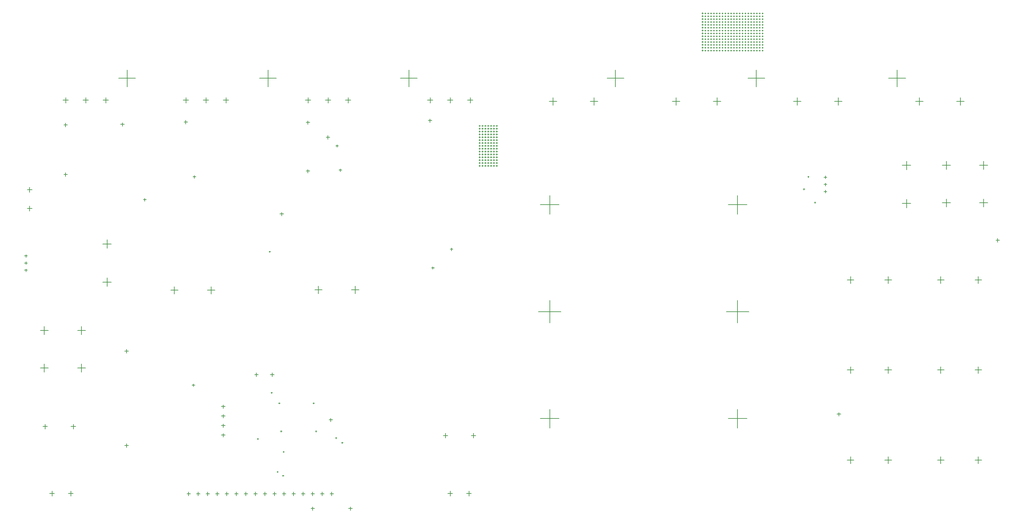
<source format=gbr>
%TF.GenerationSoftware,Altium Limited,Altium Designer,24.3.1 (35)*%
G04 Layer_Color=128*
%FSLAX45Y45*%
%MOMM*%
%TF.SameCoordinates,844131A9-2E1B-4A61-BE1F-69DE975881E6*%
%TF.FilePolarity,Positive*%
%TF.FileFunction,Drillmap*%
%TF.Part,Single*%
G01*
G75*
%TA.AperFunction,NonConductor*%
%ADD120C,0.12700*%
D120*
X6618000Y650000D02*
X6718000D01*
X6668000Y600000D02*
Y700000D01*
X4840000Y650000D02*
X4940000D01*
X4890000Y600000D02*
Y700000D01*
X6872000Y650000D02*
X6972000D01*
X6922000Y600000D02*
Y700000D01*
X7126000Y650000D02*
X7226000D01*
X7176000Y600000D02*
Y700000D01*
X6364000Y650000D02*
X6464000D01*
X6414000Y600000D02*
Y700000D01*
X5094000Y650000D02*
X5194000D01*
X5144000Y600000D02*
Y700000D01*
X7634000Y650000D02*
X7734000D01*
X7684000Y600000D02*
Y700000D01*
X6110000Y650000D02*
X6210000D01*
X6160000Y600000D02*
Y700000D01*
X8396000Y650000D02*
X8496000D01*
X8446000Y600000D02*
Y700000D01*
X8142000Y650000D02*
X8242000D01*
X8192000Y600000D02*
Y700000D01*
X7888000Y650000D02*
X7988000D01*
X7938000Y600000D02*
Y700000D01*
X5348000Y650000D02*
X5448000D01*
X5398000Y600000D02*
Y700000D01*
X7380000Y650000D02*
X7480000D01*
X7430000Y600000D02*
Y700000D01*
X5856000Y650000D02*
X5956000D01*
X5906000Y600000D02*
Y700000D01*
X8650000Y650000D02*
X8750000D01*
X8700000Y600000D02*
Y700000D01*
X5602000Y650000D02*
X5702000D01*
X5652000Y600000D02*
Y700000D01*
X4408500Y6070600D02*
X4608500D01*
X4508500Y5970600D02*
Y6170600D01*
X5386400Y6070600D02*
X5586400D01*
X5486400Y5970600D02*
Y6170600D01*
X8243900Y6083300D02*
X8443900D01*
X8343900Y5983300D02*
Y6183300D01*
X9221800Y6083300D02*
X9421800D01*
X9321800Y5983300D02*
Y6183300D01*
X6645400Y3822700D02*
X6740400D01*
X6692900Y3775200D02*
Y3870200D01*
X7064500Y3822700D02*
X7159500D01*
X7112000Y3775200D02*
Y3870200D01*
X8626600Y2616200D02*
X8721600D01*
X8674100Y2568700D02*
Y2663700D01*
X3187700Y4445000D02*
X3289300D01*
X3238500Y4394200D02*
Y4495800D01*
X3187700Y1930400D02*
X3289300D01*
X3238500Y1879600D02*
Y1981200D01*
X26381201Y7404100D02*
X26476199D01*
X26428699Y7356600D02*
Y7451600D01*
X23421500Y6345200D02*
X23601500D01*
X23511501Y6255200D02*
Y6435200D01*
X22421500Y6345200D02*
X22601500D01*
X22511501Y6255200D02*
Y6435200D01*
X12415000Y2200000D02*
X12535000D01*
X12475000Y2140000D02*
Y2260000D01*
X11665000Y2200000D02*
X11785000D01*
X11725000Y2140000D02*
Y2260000D01*
X1756800Y2438400D02*
X1876800D01*
X1816800Y2378400D02*
Y2498400D01*
X1006800Y2438400D02*
X1126800D01*
X1066800Y2378400D02*
Y2498400D01*
X8017000Y9245600D02*
X8112000D01*
X8064500Y9198100D02*
Y9293100D01*
X5760700Y2971800D02*
X5860700D01*
X5810700Y2921800D02*
Y3021800D01*
X5760700Y2717800D02*
X5860700D01*
X5810700Y2667800D02*
Y2767800D01*
X5760700Y2463800D02*
X5860700D01*
X5810700Y2413800D02*
Y2513800D01*
X5760700Y2209800D02*
X5860700D01*
X5810700Y2159800D02*
Y2259800D01*
X2603500Y7302500D02*
X2832100D01*
X2717800Y7188200D02*
Y7416800D01*
X2603500Y6286500D02*
X2832100D01*
X2717800Y6172200D02*
Y6400800D01*
X520700Y6985000D02*
X596900D01*
X558800Y6946900D02*
Y7023100D01*
X520700Y6794500D02*
X596900D01*
X558800Y6756400D02*
Y6832600D01*
X520700Y6604000D02*
X596900D01*
X558800Y6565900D02*
Y6642100D01*
X2610900Y11136500D02*
X2755900D01*
X2683400Y11064000D02*
Y11209000D01*
X5810900Y11136500D02*
X5955900D01*
X5883400Y11064000D02*
Y11209000D01*
X8144000Y254000D02*
X8239000D01*
X8191500Y206500D02*
Y301500D01*
X1565400Y9156700D02*
X1660400D01*
X1612900Y9109200D02*
Y9204200D01*
X9147300Y254000D02*
X9242300D01*
X9194800Y206500D02*
Y301500D01*
X8017000Y10541000D02*
X8112000D01*
X8064500Y10493500D02*
Y10588500D01*
X11268200Y10591800D02*
X11363200D01*
X11315700Y10544300D02*
Y10639300D01*
X7318500Y8102600D02*
X7413500D01*
X7366000Y8055100D02*
Y8150100D01*
X589998Y8250001D02*
X719998D01*
X654998Y8185001D02*
Y8315000D01*
X589998Y8750000D02*
X719998D01*
X654998Y8685000D02*
Y8814999D01*
X4765800Y10553700D02*
X4860800D01*
X4813300Y10506200D02*
Y10601200D01*
X1565400Y10477500D02*
X1660400D01*
X1612900Y10430000D02*
Y10525000D01*
X21805901Y8699500D02*
X21882100D01*
X21844000Y8661400D02*
Y8737600D01*
X21805901Y8890000D02*
X21882100D01*
X21844000Y8851900D02*
Y8928100D01*
X21805901Y9080500D02*
X21882100D01*
X21844000Y9042400D02*
Y9118600D01*
X23888699Y8382000D02*
X24117300D01*
X24003000Y8267700D02*
Y8496300D01*
X23888699Y9398000D02*
X24117300D01*
X24003000Y9283700D02*
Y9512300D01*
X3076700Y10490200D02*
X3171700D01*
X3124200Y10442700D02*
Y10537700D01*
X22152100Y2768600D02*
X22247099D01*
X22199600Y2721100D02*
Y2816100D01*
X8550400Y10147300D02*
X8645400D01*
X8597900Y10099800D02*
Y10194800D01*
X24821500Y1545200D02*
X25001500D01*
X24911501Y1455200D02*
Y1635200D01*
X25821500Y1545200D02*
X26001501D01*
X25911499Y1455200D02*
Y1635200D01*
X22421500Y1545200D02*
X22601500D01*
X22511501Y1455200D02*
Y1635200D01*
X23421500Y1545200D02*
X23601500D01*
X23511501Y1455200D02*
Y1635200D01*
X22421500Y3945200D02*
X22601500D01*
X22511501Y3855200D02*
Y4035200D01*
X23421500Y3945200D02*
X23601500D01*
X23511501Y3855200D02*
Y4035200D01*
X24821500Y6345200D02*
X25001500D01*
X24911501Y6255200D02*
Y6435200D01*
X25821500Y6345200D02*
X26001501D01*
X25911499Y6255200D02*
Y6435200D01*
X24821500Y3945200D02*
X25001500D01*
X24911501Y3855200D02*
Y4035200D01*
X25821500Y3945200D02*
X26001501D01*
X25911499Y3855200D02*
Y4035200D01*
X18854800Y11100000D02*
X19058000D01*
X18956400Y10998400D02*
Y11201600D01*
X17762601Y11100000D02*
X17965800D01*
X17864200Y10998400D02*
Y11201600D01*
X15579800Y11100000D02*
X15783000D01*
X15681400Y10998400D02*
Y11201600D01*
X14487601Y11100000D02*
X14690800D01*
X14589200Y10998400D02*
Y11201600D01*
X25334200Y11100000D02*
X25537399D01*
X25435800Y10998400D02*
Y11201600D01*
X24242000Y11100000D02*
X24445200D01*
X24343600Y10998400D02*
Y11201600D01*
X22084200Y11100000D02*
X22287399D01*
X22185800Y10998400D02*
Y11201600D01*
X20992000Y11100000D02*
X21195200D01*
X21093600Y10998400D02*
Y11201600D01*
X1544100Y11136500D02*
X1689100D01*
X1616600Y11064000D02*
Y11209000D01*
X2077500Y11136500D02*
X2222500D01*
X2150000Y11064000D02*
Y11209000D01*
X24955450Y9400000D02*
X25171350D01*
X25063400Y9292050D02*
Y9507950D01*
X25946051Y9400000D02*
X26161951D01*
X26054001Y9292050D02*
Y9507950D01*
X24955450Y8400000D02*
X25171350D01*
X25063400Y8292050D02*
Y8507950D01*
X25946051Y8400000D02*
X26161951D01*
X26054001Y8292050D02*
Y8507950D01*
X4744100Y11136500D02*
X4889100D01*
X4816600Y11064000D02*
Y11209000D01*
X5277500Y11136500D02*
X5422500D01*
X5350000Y11064000D02*
Y11209000D01*
X7994100Y11136500D02*
X8139100D01*
X8066600Y11064000D02*
Y11209000D01*
X8527500Y11136500D02*
X8672500D01*
X8600000Y11064000D02*
Y11209000D01*
X9060900Y11136500D02*
X9205900D01*
X9133400Y11064000D02*
Y11209000D01*
X11244100Y11136500D02*
X11389100D01*
X11316600Y11064000D02*
Y11209000D01*
X11777500Y11136500D02*
X11922500D01*
X11850000Y11064000D02*
Y11209000D01*
X12310900Y11136500D02*
X12455900D01*
X12383400Y11064000D02*
Y11209000D01*
X16025000Y11720000D02*
X16475000D01*
X16250000Y11495000D02*
Y11945000D01*
X23525000Y11720000D02*
X23975000D01*
X23750000Y11495000D02*
Y11945000D01*
X19775000Y11720000D02*
X20225000D01*
X20000000Y11495000D02*
Y11945000D01*
X3025000Y11720000D02*
X3475000D01*
X3250000Y11495000D02*
Y11945000D01*
X10525000Y11720000D02*
X10975000D01*
X10750000Y11495000D02*
Y11945000D01*
X6775000Y11720000D02*
X7225000D01*
X7000000Y11495000D02*
Y11945000D01*
X1928650Y5000000D02*
X2144550D01*
X2036600Y4892050D02*
Y5107950D01*
X938050Y5000000D02*
X1153950D01*
X1046000Y4892050D02*
Y5107950D01*
X1928650Y4000000D02*
X2144550D01*
X2036600Y3892050D02*
Y4107950D01*
X938050Y4000000D02*
X1153950D01*
X1046000Y3892050D02*
Y4107950D01*
X14250000Y2650000D02*
X14750000D01*
X14500000Y2400000D02*
Y2900000D01*
X19200000Y5500000D02*
X19800000D01*
X19500000Y5200000D02*
Y5800000D01*
X14200000Y5500000D02*
X14800000D01*
X14500000Y5200000D02*
Y5800000D01*
X14250000Y8350000D02*
X14750000D01*
X14500000Y8100000D02*
Y8600000D01*
X19250000Y8350000D02*
X19750000D01*
X19500000Y8100000D02*
Y8600000D01*
X19250000Y2650000D02*
X19750000D01*
X19500000Y2400000D02*
Y2900000D01*
X11785001Y654998D02*
X11915000D01*
X11850000Y589998D02*
Y719998D01*
X12285000Y654998D02*
X12414999D01*
X12349999Y589998D02*
Y719998D01*
X1185001Y654998D02*
X1315000D01*
X1250001Y589998D02*
Y719998D01*
X1685000Y654998D02*
X1814999D01*
X1750000Y589998D02*
Y719998D01*
X8803640Y9918700D02*
X8874760D01*
X8839200Y9883140D02*
Y9954260D01*
X8892540Y9271000D02*
X8963660D01*
X8928100Y9235440D02*
Y9306560D01*
X11851640Y7162800D02*
X11922760D01*
X11887200Y7127240D02*
Y7198360D01*
X11356340Y6667500D02*
X11427460D01*
X11391900Y6631940D02*
Y6703060D01*
X7235500Y1231900D02*
X7275500D01*
X7255500Y1211900D02*
Y1251900D01*
X4980940Y3543300D02*
X5052060D01*
X5016500Y3507740D02*
Y3578860D01*
X7333300Y2311400D02*
X7373300D01*
X7353300Y2291400D02*
Y2331400D01*
X7079300Y3340100D02*
X7119300D01*
X7099300Y3320100D02*
Y3360100D01*
X7282500Y3060700D02*
X7322500D01*
X7302500Y3040700D02*
Y3080700D01*
X8196900Y3060700D02*
X8236900D01*
X8216900Y3040700D02*
Y3080700D01*
X8260400Y2311400D02*
X8300400D01*
X8280400Y2291400D02*
Y2331400D01*
X7396800Y1765300D02*
X7436800D01*
X7416800Y1745300D02*
Y1785300D01*
X6711000Y2108200D02*
X6751000D01*
X6731000Y2088200D02*
Y2128200D01*
X7384100Y1130300D02*
X7424100D01*
X7404100Y1110300D02*
Y1150300D01*
X3685540Y8483600D02*
X3756660D01*
X3721100Y8448040D02*
Y8519160D01*
X5006340Y9093200D02*
X5077460D01*
X5041900Y9057640D02*
Y9128760D01*
X7028500Y7099300D02*
X7068500D01*
X7048500Y7079300D02*
Y7119300D01*
X8958900Y2006600D02*
X8998900D01*
X8978900Y1986600D02*
Y2026600D01*
X8793800Y2133600D02*
X8833800D01*
X8813800Y2113600D02*
Y2153600D01*
X21544600Y8407400D02*
X21584599D01*
X21564600Y8387400D02*
Y8427400D01*
X21252499Y8763000D02*
X21292500D01*
X21272501Y8743000D02*
Y8783000D01*
X21366800Y9093200D02*
X21406799D01*
X21386800Y9073200D02*
Y9113200D01*
X20071400Y13449300D02*
X20111400D01*
X20091400Y13429300D02*
Y13469299D01*
X20071400Y13373100D02*
X20111400D01*
X20091400Y13353101D02*
Y13393100D01*
X20071400Y13296899D02*
X20111400D01*
X20091400Y13276900D02*
Y13316901D01*
X20071400Y13220700D02*
X20111400D01*
X20091400Y13200700D02*
Y13240700D01*
X20071400Y13144501D02*
X20111400D01*
X20091400Y13124500D02*
Y13164500D01*
X20071400Y13068300D02*
X20111400D01*
X20091400Y13048300D02*
Y13088300D01*
X20071400Y12992101D02*
X20111400D01*
X20091400Y12972099D02*
Y13012100D01*
X20071400Y12915900D02*
X20111400D01*
X20091400Y12895900D02*
Y12935899D01*
X20071400Y12839700D02*
X20111400D01*
X20091400Y12819701D02*
Y12859700D01*
X20071400Y12763500D02*
X20111400D01*
X20091400Y12743500D02*
Y12783500D01*
X20071400Y12687300D02*
X20111400D01*
X20091400Y12667300D02*
Y12707300D01*
X20071400Y12611100D02*
X20111400D01*
X20091400Y12591100D02*
Y12631100D01*
X20071400Y12534900D02*
X20111400D01*
X20091400Y12514900D02*
Y12554900D01*
X20071400Y12458700D02*
X20111400D01*
X20091400Y12438700D02*
Y12478700D01*
X19995200Y13449300D02*
X20035201D01*
X20015199Y13429300D02*
Y13469299D01*
X19995200Y13373100D02*
X20035201D01*
X20015199Y13353101D02*
Y13393100D01*
X19995200Y13296899D02*
X20035201D01*
X20015199Y13276900D02*
Y13316901D01*
X19995200Y13220700D02*
X20035201D01*
X20015199Y13200700D02*
Y13240700D01*
X19995200Y13144501D02*
X20035201D01*
X20015199Y13124500D02*
Y13164500D01*
X19995200Y13068300D02*
X20035201D01*
X20015199Y13048300D02*
Y13088300D01*
X19995200Y12992101D02*
X20035201D01*
X20015199Y12972099D02*
Y13012100D01*
X19995200Y12915900D02*
X20035201D01*
X20015199Y12895900D02*
Y12935899D01*
X19995200Y12839700D02*
X20035201D01*
X20015199Y12819701D02*
Y12859700D01*
X19995200Y12763500D02*
X20035201D01*
X20015199Y12743500D02*
Y12783500D01*
X19995200Y12687300D02*
X20035201D01*
X20015199Y12667300D02*
Y12707300D01*
X19995200Y12611100D02*
X20035201D01*
X20015199Y12591100D02*
Y12631100D01*
X19995200Y12534900D02*
X20035201D01*
X20015199Y12514900D02*
Y12554900D01*
X19995200Y12458700D02*
X20035201D01*
X20015199Y12438700D02*
Y12478700D01*
X19919000Y13449300D02*
X19959000D01*
X19939000Y13429300D02*
Y13469299D01*
X19919000Y13373100D02*
X19959000D01*
X19939000Y13353101D02*
Y13393100D01*
X19919000Y13296899D02*
X19959000D01*
X19939000Y13276900D02*
Y13316901D01*
X19919000Y13220700D02*
X19959000D01*
X19939000Y13200700D02*
Y13240700D01*
X19919000Y13144501D02*
X19959000D01*
X19939000Y13124500D02*
Y13164500D01*
X19919000Y13068300D02*
X19959000D01*
X19939000Y13048300D02*
Y13088300D01*
X19919000Y12992101D02*
X19959000D01*
X19939000Y12972099D02*
Y13012100D01*
X19919000Y12915900D02*
X19959000D01*
X19939000Y12895900D02*
Y12935899D01*
X19919000Y12839700D02*
X19959000D01*
X19939000Y12819701D02*
Y12859700D01*
X19919000Y12763500D02*
X19959000D01*
X19939000Y12743500D02*
Y12783500D01*
X19919000Y12687300D02*
X19959000D01*
X19939000Y12667300D02*
Y12707300D01*
X19919000Y12611100D02*
X19959000D01*
X19939000Y12591100D02*
Y12631100D01*
X19919000Y12534900D02*
X19959000D01*
X19939000Y12514900D02*
Y12554900D01*
X19919000Y12458700D02*
X19959000D01*
X19939000Y12438700D02*
Y12478700D01*
X19842799Y13449300D02*
X19882800D01*
X19862801Y13429300D02*
Y13469299D01*
X19842799Y13373100D02*
X19882800D01*
X19862801Y13353101D02*
Y13393100D01*
X19842799Y13296899D02*
X19882800D01*
X19862801Y13276900D02*
Y13316901D01*
X19842799Y13220700D02*
X19882800D01*
X19862801Y13200700D02*
Y13240700D01*
X19842799Y13144501D02*
X19882800D01*
X19862801Y13124500D02*
Y13164500D01*
X19842799Y13068300D02*
X19882800D01*
X19862801Y13048300D02*
Y13088300D01*
X19842799Y12992101D02*
X19882800D01*
X19862801Y12972099D02*
Y13012100D01*
X19842799Y12915900D02*
X19882800D01*
X19862801Y12895900D02*
Y12935899D01*
X19842799Y12839700D02*
X19882800D01*
X19862801Y12819701D02*
Y12859700D01*
X19842799Y12763500D02*
X19882800D01*
X19862801Y12743500D02*
Y12783500D01*
X19842799Y12687300D02*
X19882800D01*
X19862801Y12667300D02*
Y12707300D01*
X19842799Y12611100D02*
X19882800D01*
X19862801Y12591100D02*
Y12631100D01*
X19842799Y12534900D02*
X19882800D01*
X19862801Y12514900D02*
Y12554900D01*
X19842799Y12458700D02*
X19882800D01*
X19862801Y12438700D02*
Y12478700D01*
X19766600Y13449300D02*
X19806599D01*
X19786600Y13429300D02*
Y13469299D01*
X19766600Y13373100D02*
X19806599D01*
X19786600Y13353101D02*
Y13393100D01*
X19766600Y13296899D02*
X19806599D01*
X19786600Y13276900D02*
Y13316901D01*
X19766600Y13220700D02*
X19806599D01*
X19786600Y13200700D02*
Y13240700D01*
X19766600Y13144501D02*
X19806599D01*
X19786600Y13124500D02*
Y13164500D01*
X19766600Y13068300D02*
X19806599D01*
X19786600Y13048300D02*
Y13088300D01*
X19766600Y12992101D02*
X19806599D01*
X19786600Y12972099D02*
Y13012100D01*
X19766600Y12915900D02*
X19806599D01*
X19786600Y12895900D02*
Y12935899D01*
X19766600Y12839700D02*
X19806599D01*
X19786600Y12819701D02*
Y12859700D01*
X19766600Y12763500D02*
X19806599D01*
X19786600Y12743500D02*
Y12783500D01*
X19766600Y12687300D02*
X19806599D01*
X19786600Y12667300D02*
Y12707300D01*
X19766600Y12611100D02*
X19806599D01*
X19786600Y12591100D02*
Y12631100D01*
X19766600Y12534900D02*
X19806599D01*
X19786600Y12514900D02*
Y12554900D01*
X19766600Y12458700D02*
X19806599D01*
X19786600Y12438700D02*
Y12478700D01*
X19690401Y13449300D02*
X19730400D01*
X19710400Y13429300D02*
Y13469299D01*
X19690401Y13373100D02*
X19730400D01*
X19710400Y13353101D02*
Y13393100D01*
X19690401Y13296899D02*
X19730400D01*
X19710400Y13276900D02*
Y13316901D01*
X19690401Y13220700D02*
X19730400D01*
X19710400Y13200700D02*
Y13240700D01*
X19690401Y13144501D02*
X19730400D01*
X19710400Y13124500D02*
Y13164500D01*
X19690401Y13068300D02*
X19730400D01*
X19710400Y13048300D02*
Y13088300D01*
X19690401Y12992101D02*
X19730400D01*
X19710400Y12972099D02*
Y13012100D01*
X19690401Y12915900D02*
X19730400D01*
X19710400Y12895900D02*
Y12935899D01*
X19690401Y12839700D02*
X19730400D01*
X19710400Y12819701D02*
Y12859700D01*
X19690401Y12763500D02*
X19730400D01*
X19710400Y12743500D02*
Y12783500D01*
X19690401Y12687300D02*
X19730400D01*
X19710400Y12667300D02*
Y12707300D01*
X19690401Y12611100D02*
X19730400D01*
X19710400Y12591100D02*
Y12631100D01*
X19690401Y12534900D02*
X19730400D01*
X19710400Y12514900D02*
Y12554900D01*
X19690401Y12458700D02*
X19730400D01*
X19710400Y12438700D02*
Y12478700D01*
X20147600Y13449300D02*
X20187601D01*
X20167599Y13429300D02*
Y13469299D01*
X20147600Y13373100D02*
X20187601D01*
X20167599Y13353101D02*
Y13393100D01*
X20147600Y13296899D02*
X20187601D01*
X20167599Y13276900D02*
Y13316901D01*
X20147600Y13220700D02*
X20187601D01*
X20167599Y13200700D02*
Y13240700D01*
X20147600Y13144501D02*
X20187601D01*
X20167599Y13124500D02*
Y13164500D01*
X20147600Y13068300D02*
X20187601D01*
X20167599Y13048300D02*
Y13088300D01*
X20147600Y12992101D02*
X20187601D01*
X20167599Y12972099D02*
Y13012100D01*
X20147600Y12915900D02*
X20187601D01*
X20167599Y12895900D02*
Y12935899D01*
X20147600Y12839700D02*
X20187601D01*
X20167599Y12819701D02*
Y12859700D01*
X20147600Y12763500D02*
X20187601D01*
X20167599Y12743500D02*
Y12783500D01*
X20147600Y12687300D02*
X20187601D01*
X20167599Y12667300D02*
Y12707300D01*
X20147600Y12611100D02*
X20187601D01*
X20167599Y12591100D02*
Y12631100D01*
X20147600Y12534900D02*
X20187601D01*
X20167599Y12514900D02*
Y12554900D01*
X20147600Y12458700D02*
X20187601D01*
X20167599Y12438700D02*
Y12478700D01*
X19614200Y12534900D02*
X19654201D01*
X19634200Y12514900D02*
Y12554900D01*
X19538000Y12534900D02*
X19578000D01*
X19558000Y12514900D02*
Y12554900D01*
X19461800Y12534900D02*
X19501801D01*
X19481799Y12514900D02*
Y12554900D01*
X19385600Y12534900D02*
X19425600D01*
X19405600Y12514900D02*
Y12554900D01*
X19309399Y12534900D02*
X19349400D01*
X19329401Y12514900D02*
Y12554900D01*
X19233200Y12534900D02*
X19273199D01*
X19253200Y12514900D02*
Y12554900D01*
X19157001Y12534900D02*
X19197000D01*
X19177000Y12514900D02*
Y12554900D01*
X19080800Y12534900D02*
X19120799D01*
X19100800Y12514900D02*
Y12554900D01*
X19004601Y12534900D02*
X19044600D01*
X19024600Y12514900D02*
Y12554900D01*
X18928400Y12534900D02*
X18968401D01*
X18948399Y12514900D02*
Y12554900D01*
X18852200Y12534900D02*
X18892200D01*
X18872200Y12514900D02*
Y12554900D01*
X18775999Y12534900D02*
X18816000D01*
X18796001Y12514900D02*
Y12554900D01*
X18699800Y12534900D02*
X18739799D01*
X18719800Y12514900D02*
Y12554900D01*
X18623599Y12534900D02*
X18663600D01*
X18643600Y12514900D02*
Y12554900D01*
X19614200Y12611100D02*
X19654201D01*
X19634200Y12591100D02*
Y12631100D01*
X19538000Y12611100D02*
X19578000D01*
X19558000Y12591100D02*
Y12631100D01*
X19461800Y12611100D02*
X19501801D01*
X19481799Y12591100D02*
Y12631100D01*
X19385600Y12611100D02*
X19425600D01*
X19405600Y12591100D02*
Y12631100D01*
X19309399Y12611100D02*
X19349400D01*
X19329401Y12591100D02*
Y12631100D01*
X19233200Y12611100D02*
X19273199D01*
X19253200Y12591100D02*
Y12631100D01*
X19157001Y12611100D02*
X19197000D01*
X19177000Y12591100D02*
Y12631100D01*
X19080800Y12611100D02*
X19120799D01*
X19100800Y12591100D02*
Y12631100D01*
X19004601Y12611100D02*
X19044600D01*
X19024600Y12591100D02*
Y12631100D01*
X18928400Y12611100D02*
X18968401D01*
X18948399Y12591100D02*
Y12631100D01*
X18852200Y12611100D02*
X18892200D01*
X18872200Y12591100D02*
Y12631100D01*
X18775999Y12611100D02*
X18816000D01*
X18796001Y12591100D02*
Y12631100D01*
X18699800Y12611100D02*
X18739799D01*
X18719800Y12591100D02*
Y12631100D01*
X18623599Y12611100D02*
X18663600D01*
X18643600Y12591100D02*
Y12631100D01*
X19614200Y12687300D02*
X19654201D01*
X19634200Y12667300D02*
Y12707300D01*
X19538000Y12687300D02*
X19578000D01*
X19558000Y12667300D02*
Y12707300D01*
X19461800Y12687300D02*
X19501801D01*
X19481799Y12667300D02*
Y12707300D01*
X19385600Y12687300D02*
X19425600D01*
X19405600Y12667300D02*
Y12707300D01*
X19309399Y12687300D02*
X19349400D01*
X19329401Y12667300D02*
Y12707300D01*
X19233200Y12687300D02*
X19273199D01*
X19253200Y12667300D02*
Y12707300D01*
X19157001Y12687300D02*
X19197000D01*
X19177000Y12667300D02*
Y12707300D01*
X19080800Y12687300D02*
X19120799D01*
X19100800Y12667300D02*
Y12707300D01*
X19004601Y12687300D02*
X19044600D01*
X19024600Y12667300D02*
Y12707300D01*
X18928400Y12687300D02*
X18968401D01*
X18948399Y12667300D02*
Y12707300D01*
X18852200Y12687300D02*
X18892200D01*
X18872200Y12667300D02*
Y12707300D01*
X18775999Y12687300D02*
X18816000D01*
X18796001Y12667300D02*
Y12707300D01*
X18699800Y12687300D02*
X18739799D01*
X18719800Y12667300D02*
Y12707300D01*
X18623599Y12687300D02*
X18663600D01*
X18643600Y12667300D02*
Y12707300D01*
X19614200Y12763500D02*
X19654201D01*
X19634200Y12743500D02*
Y12783500D01*
X19538000Y12763500D02*
X19578000D01*
X19558000Y12743500D02*
Y12783500D01*
X19461800Y12763500D02*
X19501801D01*
X19481799Y12743500D02*
Y12783500D01*
X19385600Y12763500D02*
X19425600D01*
X19405600Y12743500D02*
Y12783500D01*
X19309399Y12763500D02*
X19349400D01*
X19329401Y12743500D02*
Y12783500D01*
X19233200Y12763500D02*
X19273199D01*
X19253200Y12743500D02*
Y12783500D01*
X19157001Y12763500D02*
X19197000D01*
X19177000Y12743500D02*
Y12783500D01*
X19080800Y12763500D02*
X19120799D01*
X19100800Y12743500D02*
Y12783500D01*
X19004601Y12763500D02*
X19044600D01*
X19024600Y12743500D02*
Y12783500D01*
X18928400Y12763500D02*
X18968401D01*
X18948399Y12743500D02*
Y12783500D01*
X18852200Y12763500D02*
X18892200D01*
X18872200Y12743500D02*
Y12783500D01*
X18775999Y12763500D02*
X18816000D01*
X18796001Y12743500D02*
Y12783500D01*
X18699800Y12763500D02*
X18739799D01*
X18719800Y12743500D02*
Y12783500D01*
X18623599Y12763500D02*
X18663600D01*
X18643600Y12743500D02*
Y12783500D01*
X19614200Y12839700D02*
X19654201D01*
X19634200Y12819701D02*
Y12859700D01*
X19538000Y12839700D02*
X19578000D01*
X19558000Y12819701D02*
Y12859700D01*
X19461800Y12839700D02*
X19501801D01*
X19481799Y12819701D02*
Y12859700D01*
X19385600Y12839700D02*
X19425600D01*
X19405600Y12819701D02*
Y12859700D01*
X19309399Y12839700D02*
X19349400D01*
X19329401Y12819701D02*
Y12859700D01*
X19233200Y12839700D02*
X19273199D01*
X19253200Y12819701D02*
Y12859700D01*
X19157001Y12839700D02*
X19197000D01*
X19177000Y12819701D02*
Y12859700D01*
X19080800Y12839700D02*
X19120799D01*
X19100800Y12819701D02*
Y12859700D01*
X19004601Y12839700D02*
X19044600D01*
X19024600Y12819701D02*
Y12859700D01*
X18928400Y12839700D02*
X18968401D01*
X18948399Y12819701D02*
Y12859700D01*
X18852200Y12839700D02*
X18892200D01*
X18872200Y12819701D02*
Y12859700D01*
X18775999Y12839700D02*
X18816000D01*
X18796001Y12819701D02*
Y12859700D01*
X18699800Y12839700D02*
X18739799D01*
X18719800Y12819701D02*
Y12859700D01*
X18623599Y12839700D02*
X18663600D01*
X18643600Y12819701D02*
Y12859700D01*
X19614200Y12915900D02*
X19654201D01*
X19634200Y12895900D02*
Y12935899D01*
X19538000Y12915900D02*
X19578000D01*
X19558000Y12895900D02*
Y12935899D01*
X19461800Y12915900D02*
X19501801D01*
X19481799Y12895900D02*
Y12935899D01*
X19385600Y12915900D02*
X19425600D01*
X19405600Y12895900D02*
Y12935899D01*
X19309399Y12915900D02*
X19349400D01*
X19329401Y12895900D02*
Y12935899D01*
X19233200Y12915900D02*
X19273199D01*
X19253200Y12895900D02*
Y12935899D01*
X19157001Y12915900D02*
X19197000D01*
X19177000Y12895900D02*
Y12935899D01*
X19080800Y12915900D02*
X19120799D01*
X19100800Y12895900D02*
Y12935899D01*
X19004601Y12915900D02*
X19044600D01*
X19024600Y12895900D02*
Y12935899D01*
X18928400Y12915900D02*
X18968401D01*
X18948399Y12895900D02*
Y12935899D01*
X18852200Y12915900D02*
X18892200D01*
X18872200Y12895900D02*
Y12935899D01*
X18775999Y12915900D02*
X18816000D01*
X18796001Y12895900D02*
Y12935899D01*
X18699800Y12915900D02*
X18739799D01*
X18719800Y12895900D02*
Y12935899D01*
X18623599Y12915900D02*
X18663600D01*
X18643600Y12895900D02*
Y12935899D01*
X19614200Y12458700D02*
X19654201D01*
X19634200Y12438700D02*
Y12478700D01*
X19538000Y12458700D02*
X19578000D01*
X19558000Y12438700D02*
Y12478700D01*
X19461800Y12458700D02*
X19501801D01*
X19481799Y12438700D02*
Y12478700D01*
X19385600Y12458700D02*
X19425600D01*
X19405600Y12438700D02*
Y12478700D01*
X19309399Y12458700D02*
X19349400D01*
X19329401Y12438700D02*
Y12478700D01*
X19233200Y12458700D02*
X19273199D01*
X19253200Y12438700D02*
Y12478700D01*
X19157001Y12458700D02*
X19197000D01*
X19177000Y12438700D02*
Y12478700D01*
X19080800Y12458700D02*
X19120799D01*
X19100800Y12438700D02*
Y12478700D01*
X19004601Y12458700D02*
X19044600D01*
X19024600Y12438700D02*
Y12478700D01*
X18928400Y12458700D02*
X18968401D01*
X18948399Y12438700D02*
Y12478700D01*
X18852200Y12458700D02*
X18892200D01*
X18872200Y12438700D02*
Y12478700D01*
X18775999Y12458700D02*
X18816000D01*
X18796001Y12438700D02*
Y12478700D01*
X18699800Y12458700D02*
X18739799D01*
X18719800Y12438700D02*
Y12478700D01*
X18623599Y12458700D02*
X18663600D01*
X18643600Y12438700D02*
Y12478700D01*
X18550922Y12460110D02*
X18590921D01*
X18570921Y12440110D02*
Y12480110D01*
X18550922Y12917310D02*
X18590921D01*
X18570921Y12897310D02*
Y12937309D01*
X18550922Y12841110D02*
X18590921D01*
X18570921Y12821111D02*
Y12861110D01*
X18550922Y12764910D02*
X18590921D01*
X18570921Y12744910D02*
Y12784910D01*
X18550922Y12688710D02*
X18590921D01*
X18570921Y12668710D02*
Y12708710D01*
X18550922Y12612510D02*
X18590921D01*
X18570921Y12592510D02*
Y12632510D01*
X18550922Y12536310D02*
X18590921D01*
X18570921Y12516310D02*
Y12556310D01*
X19614200Y13068300D02*
X19654201D01*
X19634200Y13048300D02*
Y13088300D01*
X19538000Y13068300D02*
X19578000D01*
X19558000Y13048300D02*
Y13088300D01*
X19461800Y13068300D02*
X19501801D01*
X19481799Y13048300D02*
Y13088300D01*
X19385600Y13068300D02*
X19425600D01*
X19405600Y13048300D02*
Y13088300D01*
X19309399Y13068300D02*
X19349400D01*
X19329401Y13048300D02*
Y13088300D01*
X19233200Y13068300D02*
X19273199D01*
X19253200Y13048300D02*
Y13088300D01*
X19157001Y13068300D02*
X19197000D01*
X19177000Y13048300D02*
Y13088300D01*
X19080800Y13068300D02*
X19120799D01*
X19100800Y13048300D02*
Y13088300D01*
X19004601Y13068300D02*
X19044600D01*
X19024600Y13048300D02*
Y13088300D01*
X18928400Y13068300D02*
X18968401D01*
X18948399Y13048300D02*
Y13088300D01*
X18852200Y13068300D02*
X18892200D01*
X18872200Y13048300D02*
Y13088300D01*
X18775999Y13068300D02*
X18816000D01*
X18796001Y13048300D02*
Y13088300D01*
X18699800Y13068300D02*
X18739799D01*
X18719800Y13048300D02*
Y13088300D01*
X18623599Y13068300D02*
X18663600D01*
X18643600Y13048300D02*
Y13088300D01*
X19614200Y13144501D02*
X19654201D01*
X19634200Y13124500D02*
Y13164500D01*
X19538000Y13144501D02*
X19578000D01*
X19558000Y13124500D02*
Y13164500D01*
X19461800Y13144501D02*
X19501801D01*
X19481799Y13124500D02*
Y13164500D01*
X19385600Y13144501D02*
X19425600D01*
X19405600Y13124500D02*
Y13164500D01*
X19309399Y13144501D02*
X19349400D01*
X19329401Y13124500D02*
Y13164500D01*
X19233200Y13144501D02*
X19273199D01*
X19253200Y13124500D02*
Y13164500D01*
X19157001Y13144501D02*
X19197000D01*
X19177000Y13124500D02*
Y13164500D01*
X19080800Y13144501D02*
X19120799D01*
X19100800Y13124500D02*
Y13164500D01*
X19004601Y13144501D02*
X19044600D01*
X19024600Y13124500D02*
Y13164500D01*
X18928400Y13144501D02*
X18968401D01*
X18948399Y13124500D02*
Y13164500D01*
X18852200Y13144501D02*
X18892200D01*
X18872200Y13124500D02*
Y13164500D01*
X18775999Y13144501D02*
X18816000D01*
X18796001Y13124500D02*
Y13164500D01*
X18699800Y13144501D02*
X18739799D01*
X18719800Y13124500D02*
Y13164500D01*
X18623599Y13144501D02*
X18663600D01*
X18643600Y13124500D02*
Y13164500D01*
X19614200Y13220700D02*
X19654201D01*
X19634200Y13200700D02*
Y13240700D01*
X19538000Y13220700D02*
X19578000D01*
X19558000Y13200700D02*
Y13240700D01*
X19461800Y13220700D02*
X19501801D01*
X19481799Y13200700D02*
Y13240700D01*
X19385600Y13220700D02*
X19425600D01*
X19405600Y13200700D02*
Y13240700D01*
X19309399Y13220700D02*
X19349400D01*
X19329401Y13200700D02*
Y13240700D01*
X19233200Y13220700D02*
X19273199D01*
X19253200Y13200700D02*
Y13240700D01*
X19157001Y13220700D02*
X19197000D01*
X19177000Y13200700D02*
Y13240700D01*
X19080800Y13220700D02*
X19120799D01*
X19100800Y13200700D02*
Y13240700D01*
X19004601Y13220700D02*
X19044600D01*
X19024600Y13200700D02*
Y13240700D01*
X18928400Y13220700D02*
X18968401D01*
X18948399Y13200700D02*
Y13240700D01*
X18852200Y13220700D02*
X18892200D01*
X18872200Y13200700D02*
Y13240700D01*
X18775999Y13220700D02*
X18816000D01*
X18796001Y13200700D02*
Y13240700D01*
X18699800Y13220700D02*
X18739799D01*
X18719800Y13200700D02*
Y13240700D01*
X18623599Y13220700D02*
X18663600D01*
X18643600Y13200700D02*
Y13240700D01*
X19614200Y13296899D02*
X19654201D01*
X19634200Y13276900D02*
Y13316901D01*
X19538000Y13296899D02*
X19578000D01*
X19558000Y13276900D02*
Y13316901D01*
X19461800Y13296899D02*
X19501801D01*
X19481799Y13276900D02*
Y13316901D01*
X19385600Y13296899D02*
X19425600D01*
X19405600Y13276900D02*
Y13316901D01*
X19309399Y13296899D02*
X19349400D01*
X19329401Y13276900D02*
Y13316901D01*
X19233200Y13296899D02*
X19273199D01*
X19253200Y13276900D02*
Y13316901D01*
X19157001Y13296899D02*
X19197000D01*
X19177000Y13276900D02*
Y13316901D01*
X19080800Y13296899D02*
X19120799D01*
X19100800Y13276900D02*
Y13316901D01*
X19004601Y13296899D02*
X19044600D01*
X19024600Y13276900D02*
Y13316901D01*
X18928400Y13296899D02*
X18968401D01*
X18948399Y13276900D02*
Y13316901D01*
X18852200Y13296899D02*
X18892200D01*
X18872200Y13276900D02*
Y13316901D01*
X18775999Y13296899D02*
X18816000D01*
X18796001Y13276900D02*
Y13316901D01*
X18699800Y13296899D02*
X18739799D01*
X18719800Y13276900D02*
Y13316901D01*
X18623599Y13296899D02*
X18663600D01*
X18643600Y13276900D02*
Y13316901D01*
X19614200Y13373100D02*
X19654201D01*
X19634200Y13353101D02*
Y13393100D01*
X19538000Y13373100D02*
X19578000D01*
X19558000Y13353101D02*
Y13393100D01*
X19461800Y13373100D02*
X19501801D01*
X19481799Y13353101D02*
Y13393100D01*
X19385600Y13373100D02*
X19425600D01*
X19405600Y13353101D02*
Y13393100D01*
X19309399Y13373100D02*
X19349400D01*
X19329401Y13353101D02*
Y13393100D01*
X19233200Y13373100D02*
X19273199D01*
X19253200Y13353101D02*
Y13393100D01*
X19157001Y13373100D02*
X19197000D01*
X19177000Y13353101D02*
Y13393100D01*
X19080800Y13373100D02*
X19120799D01*
X19100800Y13353101D02*
Y13393100D01*
X19004601Y13373100D02*
X19044600D01*
X19024600Y13353101D02*
Y13393100D01*
X18928400Y13373100D02*
X18968401D01*
X18948399Y13353101D02*
Y13393100D01*
X18852200Y13373100D02*
X18892200D01*
X18872200Y13353101D02*
Y13393100D01*
X18775999Y13373100D02*
X18816000D01*
X18796001Y13353101D02*
Y13393100D01*
X18699800Y13373100D02*
X18739799D01*
X18719800Y13353101D02*
Y13393100D01*
X18623599Y13373100D02*
X18663600D01*
X18643600Y13353101D02*
Y13393100D01*
X19614200Y13449300D02*
X19654201D01*
X19634200Y13429300D02*
Y13469299D01*
X19538000Y13449300D02*
X19578000D01*
X19558000Y13429300D02*
Y13469299D01*
X19461800Y13449300D02*
X19501801D01*
X19481799Y13429300D02*
Y13469299D01*
X19385600Y13449300D02*
X19425600D01*
X19405600Y13429300D02*
Y13469299D01*
X19309399Y13449300D02*
X19349400D01*
X19329401Y13429300D02*
Y13469299D01*
X19233200Y13449300D02*
X19273199D01*
X19253200Y13429300D02*
Y13469299D01*
X19157001Y13449300D02*
X19197000D01*
X19177000Y13429300D02*
Y13469299D01*
X19080800Y13449300D02*
X19120799D01*
X19100800Y13429300D02*
Y13469299D01*
X19004601Y13449300D02*
X19044600D01*
X19024600Y13429300D02*
Y13469299D01*
X18928400Y13449300D02*
X18968401D01*
X18948399Y13429300D02*
Y13469299D01*
X18852200Y13449300D02*
X18892200D01*
X18872200Y13429300D02*
Y13469299D01*
X18775999Y13449300D02*
X18816000D01*
X18796001Y13429300D02*
Y13469299D01*
X18699800Y13449300D02*
X18739799D01*
X18719800Y13429300D02*
Y13469299D01*
X18623599Y13449300D02*
X18663600D01*
X18643600Y13429300D02*
Y13469299D01*
X19614200Y12992101D02*
X19654201D01*
X19634200Y12972099D02*
Y13012100D01*
X19538000Y12992101D02*
X19578000D01*
X19558000Y12972099D02*
Y13012100D01*
X19461800Y12992101D02*
X19501801D01*
X19481799Y12972099D02*
Y13012100D01*
X19385600Y12992101D02*
X19425600D01*
X19405600Y12972099D02*
Y13012100D01*
X19309399Y12992101D02*
X19349400D01*
X19329401Y12972099D02*
Y13012100D01*
X19233200Y12992101D02*
X19273199D01*
X19253200Y12972099D02*
Y13012100D01*
X19157001Y12992101D02*
X19197000D01*
X19177000Y12972099D02*
Y13012100D01*
X19080800Y12992101D02*
X19120799D01*
X19100800Y12972099D02*
Y13012100D01*
X19004601Y12992101D02*
X19044600D01*
X19024600Y12972099D02*
Y13012100D01*
X18928400Y12992101D02*
X18968401D01*
X18948399Y12972099D02*
Y13012100D01*
X18852200Y12992101D02*
X18892200D01*
X18872200Y12972099D02*
Y13012100D01*
X18775999Y12992101D02*
X18816000D01*
X18796001Y12972099D02*
Y13012100D01*
X18699800Y12992101D02*
X18739799D01*
X18719800Y12972099D02*
Y13012100D01*
X18623599Y12992101D02*
X18663600D01*
X18643600Y12972099D02*
Y13012100D01*
X18550922Y12993510D02*
X18590921D01*
X18570921Y12973511D02*
Y13013510D01*
X18550922Y13450710D02*
X18590921D01*
X18570921Y13430710D02*
Y13470711D01*
X18550922Y13374510D02*
X18590921D01*
X18570921Y13354510D02*
Y13394510D01*
X18550922Y13298309D02*
X18590921D01*
X18570921Y13278310D02*
Y13318311D01*
X18550922Y13222110D02*
X18590921D01*
X18570921Y13202110D02*
Y13242110D01*
X18550922Y13145911D02*
X18590921D01*
X18570921Y13125909D02*
Y13165910D01*
X18550922Y13069710D02*
X18590921D01*
X18570921Y13049710D02*
Y13089709D01*
X12692700Y10452100D02*
X12732700D01*
X12712700Y10432100D02*
Y10472100D01*
X12768900Y10452100D02*
X12808900D01*
X12788900Y10432100D02*
Y10472100D01*
X12845100Y10452100D02*
X12885100D01*
X12865100Y10432100D02*
Y10472100D01*
X12921300Y10452100D02*
X12961301D01*
X12941299Y10432100D02*
Y10472100D01*
X12997501Y10452100D02*
X13037500D01*
X13017500Y10432100D02*
Y10472100D01*
X13073700Y10452100D02*
X13113699D01*
X13093700Y10432100D02*
Y10472100D01*
X12616500Y10452100D02*
X12656500D01*
X12636500Y10432100D02*
Y10472100D01*
X12615090Y10379421D02*
X12655090D01*
X12635090Y10359421D02*
Y10399421D01*
X12615090Y10303221D02*
X12655090D01*
X12635090Y10283221D02*
Y10323221D01*
X12615090Y10227021D02*
X12655090D01*
X12635090Y10207021D02*
Y10247021D01*
X12615090Y10150821D02*
X12655090D01*
X12635090Y10130821D02*
Y10170821D01*
X12615090Y10074621D02*
X12655090D01*
X12635090Y10054621D02*
Y10094621D01*
X12615090Y9998421D02*
X12655090D01*
X12635090Y9978421D02*
Y10018421D01*
X12615090Y9922221D02*
X12655090D01*
X12635090Y9902221D02*
Y9942221D01*
X12615090Y9846021D02*
X12655090D01*
X12635090Y9826021D02*
Y9866021D01*
X12615090Y9769821D02*
X12655090D01*
X12635090Y9749821D02*
Y9789821D01*
X12615090Y9693621D02*
X12655090D01*
X12635090Y9673621D02*
Y9713621D01*
X12615090Y9617421D02*
X12655090D01*
X12635090Y9597421D02*
Y9637421D01*
X12615090Y9541221D02*
X12655090D01*
X12635090Y9521221D02*
Y9561221D01*
X12615090Y9465021D02*
X12655090D01*
X12635090Y9445021D02*
Y9485021D01*
X12615090Y9388821D02*
X12655090D01*
X12635090Y9368821D02*
Y9408821D01*
X13072290Y10379421D02*
X13112289D01*
X13092290Y10359421D02*
Y10399421D01*
X13072290Y10303221D02*
X13112289D01*
X13092290Y10283221D02*
Y10323221D01*
X13072290Y10227021D02*
X13112289D01*
X13092290Y10207021D02*
Y10247021D01*
X13072290Y10150821D02*
X13112289D01*
X13092290Y10130821D02*
Y10170821D01*
X13072290Y10074621D02*
X13112289D01*
X13092290Y10054621D02*
Y10094621D01*
X13072290Y9998421D02*
X13112289D01*
X13092290Y9978421D02*
Y10018421D01*
X13072290Y9922221D02*
X13112289D01*
X13092290Y9902221D02*
Y9942221D01*
X13072290Y9846021D02*
X13112289D01*
X13092290Y9826021D02*
Y9866021D01*
X13072290Y9769821D02*
X13112289D01*
X13092290Y9749821D02*
Y9789821D01*
X13072290Y9693621D02*
X13112289D01*
X13092290Y9673621D02*
Y9713621D01*
X13072290Y9617421D02*
X13112289D01*
X13092290Y9597421D02*
Y9637421D01*
X13072290Y9541221D02*
X13112289D01*
X13092290Y9521221D02*
Y9561221D01*
X13072290Y9465021D02*
X13112289D01*
X13092290Y9445021D02*
Y9485021D01*
X13072290Y9388821D02*
X13112289D01*
X13092290Y9368821D02*
Y9408821D01*
X12996091Y10379421D02*
X13036090D01*
X13016090Y10359421D02*
Y10399421D01*
X12996091Y10303221D02*
X13036090D01*
X13016090Y10283221D02*
Y10323221D01*
X12996091Y10227021D02*
X13036090D01*
X13016090Y10207021D02*
Y10247021D01*
X12996091Y10150821D02*
X13036090D01*
X13016090Y10130821D02*
Y10170821D01*
X12996091Y10074621D02*
X13036090D01*
X13016090Y10054621D02*
Y10094621D01*
X12996091Y9998421D02*
X13036090D01*
X13016090Y9978421D02*
Y10018421D01*
X12996091Y9922221D02*
X13036090D01*
X13016090Y9902221D02*
Y9942221D01*
X12996091Y9846021D02*
X13036090D01*
X13016090Y9826021D02*
Y9866021D01*
X12996091Y9769821D02*
X13036090D01*
X13016090Y9749821D02*
Y9789821D01*
X12996091Y9693621D02*
X13036090D01*
X13016090Y9673621D02*
Y9713621D01*
X12996091Y9617421D02*
X13036090D01*
X13016090Y9597421D02*
Y9637421D01*
X12996091Y9541221D02*
X13036090D01*
X13016090Y9521221D02*
Y9561221D01*
X12996091Y9465021D02*
X13036090D01*
X13016090Y9445021D02*
Y9485021D01*
X12996091Y9388821D02*
X13036090D01*
X13016090Y9368821D02*
Y9408821D01*
X12919890Y10379421D02*
X12959891D01*
X12939890Y10359421D02*
Y10399421D01*
X12919890Y10303221D02*
X12959891D01*
X12939890Y10283221D02*
Y10323221D01*
X12919890Y10227021D02*
X12959891D01*
X12939890Y10207021D02*
Y10247021D01*
X12919890Y10150821D02*
X12959891D01*
X12939890Y10130821D02*
Y10170821D01*
X12919890Y10074621D02*
X12959891D01*
X12939890Y10054621D02*
Y10094621D01*
X12919890Y9998421D02*
X12959891D01*
X12939890Y9978421D02*
Y10018421D01*
X12919890Y9922221D02*
X12959891D01*
X12939890Y9902221D02*
Y9942221D01*
X12919890Y9846021D02*
X12959891D01*
X12939890Y9826021D02*
Y9866021D01*
X12919890Y9769821D02*
X12959891D01*
X12939890Y9749821D02*
Y9789821D01*
X12919890Y9693621D02*
X12959891D01*
X12939890Y9673621D02*
Y9713621D01*
X12919890Y9617421D02*
X12959891D01*
X12939890Y9597421D02*
Y9637421D01*
X12919890Y9541221D02*
X12959891D01*
X12939890Y9521221D02*
Y9561221D01*
X12919890Y9465021D02*
X12959891D01*
X12939890Y9445021D02*
Y9485021D01*
X12919890Y9388821D02*
X12959891D01*
X12939890Y9368821D02*
Y9408821D01*
X12843690Y10379421D02*
X12883690D01*
X12863690Y10359421D02*
Y10399421D01*
X12843690Y10303221D02*
X12883690D01*
X12863690Y10283221D02*
Y10323221D01*
X12843690Y10227021D02*
X12883690D01*
X12863690Y10207021D02*
Y10247021D01*
X12843690Y10150821D02*
X12883690D01*
X12863690Y10130821D02*
Y10170821D01*
X12843690Y10074621D02*
X12883690D01*
X12863690Y10054621D02*
Y10094621D01*
X12843690Y9998421D02*
X12883690D01*
X12863690Y9978421D02*
Y10018421D01*
X12843690Y9922221D02*
X12883690D01*
X12863690Y9902221D02*
Y9942221D01*
X12843690Y9846021D02*
X12883690D01*
X12863690Y9826021D02*
Y9866021D01*
X12843690Y9769821D02*
X12883690D01*
X12863690Y9749821D02*
Y9789821D01*
X12843690Y9693621D02*
X12883690D01*
X12863690Y9673621D02*
Y9713621D01*
X12843690Y9617421D02*
X12883690D01*
X12863690Y9597421D02*
Y9637421D01*
X12843690Y9541221D02*
X12883690D01*
X12863690Y9521221D02*
Y9561221D01*
X12843690Y9465021D02*
X12883690D01*
X12863690Y9445021D02*
Y9485021D01*
X12843690Y9388821D02*
X12883690D01*
X12863690Y9368821D02*
Y9408821D01*
X12767490Y10379421D02*
X12807491D01*
X12787490Y10359421D02*
Y10399421D01*
X12767490Y10303221D02*
X12807491D01*
X12787490Y10283221D02*
Y10323221D01*
X12767490Y10227021D02*
X12807491D01*
X12787490Y10207021D02*
Y10247021D01*
X12767490Y10150821D02*
X12807491D01*
X12787490Y10130821D02*
Y10170821D01*
X12767490Y10074621D02*
X12807491D01*
X12787490Y10054621D02*
Y10094621D01*
X12767490Y9998421D02*
X12807491D01*
X12787490Y9978421D02*
Y10018421D01*
X12767490Y9922221D02*
X12807491D01*
X12787490Y9902221D02*
Y9942221D01*
X12767490Y9846021D02*
X12807491D01*
X12787490Y9826021D02*
Y9866021D01*
X12767490Y9769821D02*
X12807491D01*
X12787490Y9749821D02*
Y9789821D01*
X12767490Y9693621D02*
X12807491D01*
X12787490Y9673621D02*
Y9713621D01*
X12767490Y9617421D02*
X12807491D01*
X12787490Y9597421D02*
Y9637421D01*
X12767490Y9541221D02*
X12807491D01*
X12787490Y9521221D02*
Y9561221D01*
X12767490Y9465021D02*
X12807491D01*
X12787490Y9445021D02*
Y9485021D01*
X12767490Y9388821D02*
X12807491D01*
X12787490Y9368821D02*
Y9408821D01*
X12691290Y10379421D02*
X12731290D01*
X12711290Y10359421D02*
Y10399421D01*
X12691290Y10303221D02*
X12731290D01*
X12711290Y10283221D02*
Y10323221D01*
X12691290Y10227021D02*
X12731290D01*
X12711290Y10207021D02*
Y10247021D01*
X12691290Y10150821D02*
X12731290D01*
X12711290Y10130821D02*
Y10170821D01*
X12691290Y10074621D02*
X12731290D01*
X12711290Y10054621D02*
Y10094621D01*
X12691290Y9998421D02*
X12731290D01*
X12711290Y9978421D02*
Y10018421D01*
X12691290Y9922221D02*
X12731290D01*
X12711290Y9902221D02*
Y9942221D01*
X12691290Y9846021D02*
X12731290D01*
X12711290Y9826021D02*
Y9866021D01*
X12691290Y9769821D02*
X12731290D01*
X12711290Y9749821D02*
Y9789821D01*
X12691290Y9693621D02*
X12731290D01*
X12711290Y9673621D02*
Y9713621D01*
X12691290Y9617421D02*
X12731290D01*
X12711290Y9597421D02*
Y9637421D01*
X12691290Y9541221D02*
X12731290D01*
X12711290Y9521221D02*
Y9561221D01*
X12691290Y9465021D02*
X12731290D01*
X12711290Y9445021D02*
Y9485021D01*
X12691290Y9388821D02*
X12731290D01*
X12711290Y9368821D02*
Y9408821D01*
%TF.MD5,0a8433f41f83fcf14ec04ffa9c72c2c5*%
M02*

</source>
